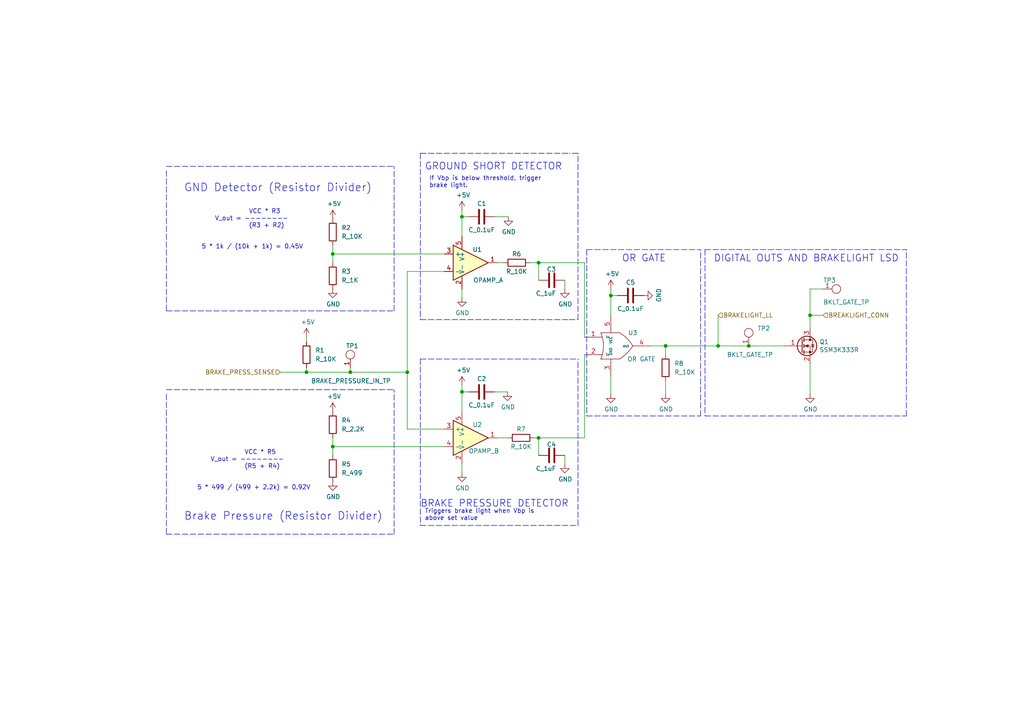
<source format=kicad_sch>
(kicad_sch (version 20211123) (generator eeschema)
  (paper "A4")
  (title_block (title "Brakelight Logic"))
  (lib_symbols
    (symbol "formula:C_0.1uF" (pin_numbers hide) (pin_names (offset 0.254))
      (property "Reference" "C" (at 0.635 2.54 0))
      (property "Value" "C_0.1uF" (at 0.635 -2.54 0))
      (symbol "C_0.1uF_0_1"
        (polyline (pts (xy -2.032 -0.762) (xy 2.032 -0.762)) (stroke (width 0.508)))
        (polyline (pts (xy -2.032 0.762) (xy 2.032 0.762)) (stroke (width 0.508)))
      )
      (symbol "C_0.1uF_1_1"
        (pin passive line (at 0 3.81 270) (length 2.794) (name "~") (number "1"))
        (pin passive line (at 0 -3.81 90) (length 2.794) (name "~") (number "2"))
      )
    )
    (symbol "formula:C_1uF" (pin_numbers hide) (pin_names (offset 0.254))
      (property "Reference" "C" (at 0.635 3.81 0))
      (property "Value" "C_1uF" (at 0.635 -1.27 0))
      (symbol "C_1uF_0_1"
        (polyline (pts (xy -2.032 0.508) (xy 2.032 0.508)) (stroke (width 0.508)))
        (polyline (pts (xy -2.032 2.032) (xy 2.032 2.032)) (stroke (width 0.508)))
      )
      (symbol "C_1uF_1_1"
        (pin passive line (at 0 5.08 270) (length 2.794) (name "~") (number "1"))
        (pin passive line (at 0 -2.54 90) (length 2.794) (name "~") (number "2"))
      )
    )
    (symbol "formula:MCP6001T-I-LT"
      (property "Reference" "U" (at 0 5.08 0))
      (property "Value" "MCP6001T-I-LT" (at 0 -5.08 0))
      (symbol "MCP6001T-I-LT_0_1"
        (polyline (pts (xy -5.08 5.08) (xy 5.08 0) (xy -5.08 -5.08) (xy -5.08 5.08)) (stroke (width 0.254)) (fill (type background)))
        (pin power_in line (at -2.54 -7.62 90) (length 3.81) (name "V-") (number "2"))
        (pin power_in line (at -2.54 7.62 270) (length 3.81) (name "V+") (number "5"))
      )
      (symbol "MCP6001T-I-LT_1_1"
        (pin output line (at 7.62 0 180) (length 2.54) (name "~") (number "1"))
        (pin input line (at -7.62 2.54 0) (length 2.54) (name "+") (number "3"))
        (pin input line (at -7.62 -2.54 0) (length 2.54) (name "-") (number "4"))
      )
    )
    (symbol "formula:R_10K" (pin_numbers hide) (pin_names (offset 0))
      (property "Reference" "R" (at 2.032 0 90))
      (property "Value" "R_10K" (at -2.54 0 90))
      (symbol "R_10K_0_1"
        (rectangle (start -1.016 -2.54) (end 1.016 2.54) (stroke (width 0.254)))
      )
      (symbol "R_10K_1_1"
        (pin passive line (at 0 3.81 270) (length 1.27) (name "~") (number "1"))
        (pin passive line (at 0 -3.81 90) (length 1.27) (name "~") (number "2"))
      )
    )
    (symbol "formula:R_1K" (pin_numbers hide) (pin_names (offset 0))
      (property "Reference" "R" (at 2.032 0 90))
      (property "Value" "R_1K" (at -2.54 0 90))
      (symbol "R_1K_0_1"
        (rectangle (start -1.016 -2.54) (end 1.016 2.54) (stroke (width 0.254)))
      )
      (symbol "R_1K_1_1"
        (pin passive line (at 0 3.81 270) (length 1.27) (name "~") (number "1"))
        (pin passive line (at 0 -3.81 90) (length 1.27) (name "~") (number "2"))
      )
    )
    (symbol "formula:R_2.2K" (pin_numbers hide) (pin_names (offset 0))
      (property "Reference" "R" (at 2.032 0 90))
      (property "Value" "R_2.2K" (at -2.54 0 90))
      (symbol "R_2.2K_0_1"
        (rectangle (start -1.016 -2.54) (end 1.016 2.54) (stroke (width 0.254)))
      )
      (symbol "R_2.2K_1_1"
        (pin passive line (at 0 3.81 270) (length 1.27) (name "~") (number "1"))
        (pin passive line (at 0 -3.81 90) (length 1.27) (name "~") (number "2"))
      )
    )
    (symbol "formula:R_499" (pin_numbers hide) (pin_names (offset 0))
      (property "Reference" "R" (at 2.032 0 90))
      (property "Value" "R_499" (at -2.54 0 90))
      (symbol "R_499_0_1"
        (rectangle (start -1.016 -2.54) (end 1.016 2.54) (stroke (width 0.254)))
      )
      (symbol "R_499_1_1"
        (pin passive line (at 0 3.81 270) (length 1.27) (name "~") (number "1"))
        (pin passive line (at 0 -3.81 90) (length 1.27) (name "~") (number "2"))
      )
    )
    (symbol "formula:SN74LVC1G32DBVR" (pin_names (offset 1.016))
      (property "Reference" "U" (at 0 11.43 0))
      (property "Value" "SN74LVC1G32DBVR" (at 0 16.51 0))
      (symbol "SN74LVC1G32DBVR_0_1"
        (polyline (pts (xy -2.921 -3.81) (xy -2.54 -3.81)))
        (polyline (pts (xy -2.54 3.81) (xy -2.921 3.81)))
      )
      (symbol "SN74LVC1G32DBVR_1_1"
        (arc (start -2.921 -3.81) (mid -2.139 0) (end -2.921 3.81))
        (polyline (pts (xy -2.54 -3.81) (xy 2.54 -3.81)))
        (polyline (pts (xy -2.54 3.81) (xy 2.54 3.81)))
        (arc (start 2.54 -3.81) (mid 4.662 -2.122) (end 6.35 0))
        (arc (start 6.35 0) (mid 4.7001 2.1601) (end 2.54 3.81))
        (pin bidirectional line (at -7.62 2.54 0) (length 5.08) (name "in") (number "1"))
        (pin bidirectional line (at -7.62 -2.54 0) (length 5.08) (name "in") (number "2"))
        (pin bidirectional line (at 0 -8.89 90) (length 5.08) (name "GND") (number "3"))
        (pin bidirectional line (at 11.43 0 180) (length 5.08) (name "out") (number "4"))
        (pin bidirectional line (at 0 8.89 270) (length 5.08) (name "VCC") (number "5"))
      )
    )
    (symbol "formula:SSM3K333R" (pin_names (offset 0) hide)
      (property "Reference" "Q" (at 5.08 1.905 0))
      (property "Value" "SSM3K333R" (at 5.08 0 0))
      (symbol "SSM3K333R_0_1"
        (polyline (pts (xy 0.762 -1.778) (xy 2.54 -1.778)))
        (polyline (pts (xy 0.762 -1.27) (xy 0.762 -2.286)) (stroke (width 0.254)))
        (polyline (pts (xy 0.762 0) (xy 2.54 0)))
        (polyline (pts (xy 0.762 0.508) (xy 0.762 -0.508)) (stroke (width 0.254)))
        (polyline (pts (xy 0.762 1.778) (xy 2.54 1.778)))
        (polyline (pts (xy 0.762 2.286) (xy 0.762 1.27)) (stroke (width 0.254)))
        (polyline (pts (xy 2.54 -1.778) (xy 2.54 -2.54)))
        (polyline (pts (xy 2.54 -1.778) (xy 2.54 0)))
        (polyline (pts (xy 2.54 2.54) (xy 2.54 1.778)))
        (polyline (pts (xy 0.254 1.905) (xy 0.254 -1.905) (xy 0.254 -1.905)) (stroke (width 0.254)))
        (polyline (pts (xy 1.016 0) (xy 2.032 0.381) (xy 2.032 -0.381) (xy 1.016 0)) (fill (type outline)))
        (polyline (pts (xy 2.54 -1.778) (xy 3.302 -1.778) (xy 3.302 1.778) (xy 2.54 1.778)))
        (polyline (pts (xy 2.794 0.508) (xy 2.921 0.381) (xy 3.683 0.381) (xy 3.81 0.254)))
        (polyline (pts (xy 3.302 0.381) (xy 2.921 -0.254) (xy 3.683 -0.254) (xy 3.302 0.381)))
        (circle (center 1.651 0) (radius 2.8194) (stroke (width 0.254)))
        (circle (center 2.54 -1.778) (radius 0.2794) (fill (type outline)))
        (circle (center 2.54 1.778) (radius 0.2794) (fill (type outline)))
      )
      (symbol "SSM3K333R_1_1"
        (pin input line (at -5.08 0 0) (length 5.334) (name "G") (number "1"))
        (pin passive line (at 2.54 -5.08 90) (length 2.54) (name "S") (number "2"))
        (pin passive line (at 2.54 5.08 270) (length 2.54) (name "D") (number "3"))
      )
    )
    (symbol "formula:Test_Point_SMD" (pin_names (offset 1.016))
      (property "Reference" "TP" (at 0 7.62 0))
      (property "Value" "Test_Point_SMD" (at 1.27 5.08 0))
      (symbol "Test_Point_SMD_1_1"
        (circle (center 0 2.54) (radius 1.27))
        (pin input line (at 0 -1.27 90) (length 2.54) (name "~") (number "1"))
      )
    )
    (symbol "power:+5V" (power) (pin_names (offset 0))
      (property "Value" "+5V" (at 0 3.556 0))
      (symbol "+5V_0_1"
        (polyline (pts (xy -0.762 1.27) (xy 0 2.54)))
        (polyline (pts (xy 0 0) (xy 0 2.54)))
        (polyline (pts (xy 0 2.54) (xy 0.762 1.27)))
      )
      (symbol "+5V_1_1"
        (pin power_in line (at 0 0 90) (length 0) hide (name "+5V") (number "1"))
      )
    )
    (symbol "power:GND" (power) (pin_names (offset 0))
      (property "Value" "GND" (at 0 -3.81 0))
      (symbol "GND_0_1"
        (polyline (pts (xy 0 0) (xy 0 -1.27) (xy 1.27 -1.27) (xy 0 -2.54) (xy -1.27 -1.27) (xy 0 -1.27)))
      )
      (symbol "GND_1_1"
        (pin power_in line (at 0 0 270) (length 0) hide (name "GND") (number "1"))
      )
    )
  )
  (junction (at 193.04 100.33))
  (junction (at 234.95 91.44))
  (junction (at 96.52 73.66))
  (junction (at 133.985 62.865))
  (junction (at 156.21 127))
  (junction (at 156.21 76.2))
  (junction (at 177.165 85.725))
  (junction (at 217.17 100.33))
  (junction (at 88.9 107.95))
  (junction (at 133.985 113.665))
  (junction (at 96.52 129.54))
  (junction (at 208.28 100.33))
  (junction (at 101.6 107.95))
  (junction (at 118.11 107.95))
  (wire (pts (xy 118.11 78.74) (xy 118.11 107.95)))
  (wire (pts (xy 133.985 137.16) (xy 133.985 134.62)))
  (wire (pts (xy 177.165 114.3) (xy 177.165 109.22)))
  (polyline (pts (xy 204.47 120.65) (xy 262.89 120.65)))
  (wire (pts (xy 96.52 129.54) (xy 128.905 129.54)))
  (wire (pts (xy 193.04 100.33) (xy 208.28 100.33)))
  (wire (pts (xy 179.07 85.725) (xy 177.165 85.725)))
  (wire (pts (xy 118.11 107.95) (xy 118.11 124.46)))
  (wire (pts (xy 101.6 107.95) (xy 118.11 107.95)))
  (wire (pts (xy 234.95 91.44) (xy 238.76 91.44)))
  (polyline (pts (xy 121.92 152.4) (xy 167.64 152.4)))
  (polyline (pts (xy 48.26 114.3) (xy 48.26 154.94)))
  (wire (pts (xy 234.95 83.82) (xy 238.76 83.82)))
  (wire (pts (xy 154.94 127) (xy 156.21 127)))
  (polyline (pts (xy 114.3 154.94) (xy 114.3 113.03)))
  (polyline (pts (xy 121.92 104.14) (xy 167.64 104.14)))
  (polyline (pts (xy 170.18 120.65) (xy 203.2 120.65)))
  (polyline (pts (xy 48.26 49.53) (xy 48.26 90.17)))
  (wire (pts (xy 234.95 105.41) (xy 234.95 114.3)))
  (polyline (pts (xy 48.26 90.17) (xy 114.3 90.17)))
  (wire (pts (xy 96.52 129.54) (xy 96.52 132.08)))
  (wire (pts (xy 193.04 110.49) (xy 193.04 114.3)))
  (wire (pts (xy 169.545 76.2) (xy 156.21 76.2)))
  (wire (pts (xy 88.9 106.68) (xy 88.9 107.95)))
  (wire (pts (xy 177.165 83.82) (xy 177.165 85.725)))
  (polyline (pts (xy 121.92 92.71) (xy 165.1 92.71)))
  (wire (pts (xy 163.83 83.82) (xy 163.83 81.28)))
  (wire (pts (xy 133.985 62.865) (xy 133.985 68.58)))
  (wire (pts (xy 208.28 91.44) (xy 208.28 100.33)))
  (polyline (pts (xy 167.64 152.4) (xy 167.64 104.14)))
  (wire (pts (xy 147.447 62.865) (xy 143.51 62.865)))
  (polyline (pts (xy 262.89 120.65) (xy 262.89 72.39)))
  (wire (pts (xy 133.985 60.96) (xy 133.985 62.865)))
  (wire (pts (xy 135.89 113.665) (xy 133.985 113.665)))
  (wire (pts (xy 234.95 91.44) (xy 234.95 95.25)))
  (polyline (pts (xy 167.64 44.45) (xy 165.1 44.45)))
  (wire (pts (xy 163.83 134.62) (xy 163.83 132.08)))
  (wire (pts (xy 147.32 127) (xy 144.145 127)))
  (wire (pts (xy 96.52 73.66) (xy 96.52 76.2)))
  (wire (pts (xy 193.04 100.33) (xy 193.04 102.87)))
  (polyline (pts (xy 121.92 44.45) (xy 121.92 92.71)))
  (wire (pts (xy 147.193 113.665) (xy 143.51 113.665)))
  (polyline (pts (xy 121.92 44.45) (xy 165.1 44.45)))
  (wire (pts (xy 135.89 62.865) (xy 133.985 62.865)))
  (wire (pts (xy 118.11 78.74) (xy 128.905 78.74)))
  (wire (pts (xy 169.545 97.79) (xy 169.545 76.2)))
  (wire (pts (xy 156.21 132.08) (xy 156.21 127)))
  (wire (pts (xy 169.545 102.87) (xy 169.545 127)))
  (polyline (pts (xy 170.18 72.39) (xy 170.18 120.65)))
  (wire (pts (xy 153.67 76.2) (xy 156.21 76.2)))
  (wire (pts (xy 217.17 100.33) (xy 227.33 100.33)))
  (polyline (pts (xy 48.26 113.03) (xy 114.3 113.03)))
  (polyline (pts (xy 121.92 104.14) (xy 121.92 152.4)))
  (wire (pts (xy 177.165 85.725) (xy 177.165 91.44)))
  (polyline (pts (xy 204.47 72.39) (xy 262.89 72.39)))
  (wire (pts (xy 217.17 100.33) (xy 208.28 100.33)))
  (wire (pts (xy 96.52 71.12) (xy 96.52 73.66)))
  (wire (pts (xy 133.985 86.36) (xy 133.985 83.82)))
  (wire (pts (xy 88.9 107.95) (xy 101.6 107.95)))
  (polyline (pts (xy 204.47 72.39) (xy 204.47 120.65)))
  (wire (pts (xy 169.545 127) (xy 156.21 127)))
  (polyline (pts (xy 48.26 154.94) (xy 114.3 154.94)))
  (polyline (pts (xy 114.3 90.17) (xy 114.3 48.26)))
  (wire (pts (xy 96.52 73.66) (xy 128.905 73.66)))
  (wire (pts (xy 133.985 113.665) (xy 133.985 119.38)))
  (wire (pts (xy 101.6 107.95) (xy 101.6 106.68)))
  (wire (pts (xy 81.28 107.95) (xy 88.9 107.95)))
  (wire (pts (xy 234.95 91.44) (xy 234.95 83.82)))
  (wire (pts (xy 88.9 97.79) (xy 88.9 99.06)))
  (polyline (pts (xy 165.1 92.71) (xy 167.64 92.71)))
  (polyline (pts (xy 203.2 120.65) (xy 203.2 72.39)))
  (polyline (pts (xy 48.26 48.26) (xy 114.3 48.26)))
  (wire (pts (xy 118.11 124.46) (xy 128.905 124.46)))
  (wire (pts (xy 133.985 111.76) (xy 133.985 113.665)))
  (wire (pts (xy 96.52 127) (xy 96.52 129.54)))
  (wire (pts (xy 156.21 81.28) (xy 156.21 76.2)))
  (polyline (pts (xy 167.64 92.71) (xy 167.64 44.45)))
  (wire (pts (xy 146.05 76.2) (xy 144.145 76.2)))
  (polyline (pts (xy 170.18 72.39) (xy 203.2 72.39)))
  (wire (pts (xy 188.595 100.33) (xy 193.04 100.33)))
  (text "		    VCC * R3\n    V_out = --------\n		    (R3 + R2)\n\n\n5 * 1k / (10k + 1k) = 0.45V" (at 58.42 72.39 0) (effects (font (size 1.27 1.27)) (justify left bottom)))
  (text "GND Detector (Resistor Divider)" (at 53.34 55.88 0) (effects (font (size 2.26 2.26)) (justify left bottom)))
  (text "		    VCC * R5\n    V_out = --------\n		    (R5 + R4)\n\n\n5 * 499 / (499 + 2.2k) = 0.92V" (at 57.15 142.24 0) (effects (font (size 1.27 1.27)) (justify left bottom)))
  (text "Triggers brake light when Vbp is \nabove set value" (at 123.19 151.13 0) (effects (font (size 1.27 1.27)) (justify left bottom)))
  (text "OR GATE" (at 180.34 76.2 0) (effects (font (size 2 2)) (justify left bottom)))
  (text "Brake Pressure (Resistor Divider)" (at 53.34 151.13 0) (effects (font (size 2.26 2.26)) (justify left bottom)))
  (text "BRAKE PRESSURE DETECTOR" (at 121.92 147.32 0) (effects (font (size 2 2)) (justify left bottom)))
  (text "GROUND SHORT DETECTOR" (at 123.19 49.53 0) (effects (font (size 2 2)) (justify left bottom)))
  (text "DIGITAL OUTS AND BRAKELIGHT LSD" (at 207.01 76.2 0) (effects (font (size 2 2)) (justify left bottom)))
  (text "If Vbp is below threshold, trigger \nbrake light." (at 124.46 54.61 0) (effects (font (size 1.27 1.27)) (justify left bottom)))
  (hierarchical_label "BRAKE_PRESS_SENSE" (shape input) (at 81.28 107.95 180))
  (hierarchical_label "BRAKELIGHT_LL" (shape input) (at 208.28 91.44 0))
  (hierarchical_label "BREAKLIGHT_CONN" (shape input) (at 238.76 91.44 0))
  (symbol (lib_id "formula:C_0.1uF") (at 139.7 62.865 90) (unit 1)
    (property "Reference" "C1" (at 139.7 59.055 90))
    (property "Value" "C_0.1uF" (at 139.7 66.675 90))
    (property "Footprint" "footprints:C_0805_OEM" (effects hide))
    (property "Datasheet" "http://datasheets.avx.com/X7RDielectric.pdf" (effects hide))
    (property "MFN" "DK" (effects hide))
    (property "MPN" "478-3352-1-ND" (effects hide))
    (property "PurchasingLink" "https://www.digikey.com/products/en?keywords=478-3352-1-ND" (effects hide))
  )
  (symbol (lib_id "formula:R_10K") (at 151.13 127 90) (unit 1)
    (property "Reference" "R7" (at 151.13 124.46 90))
    (property "Value" "R_10K" (at 151.13 129.54 90))
    (property "Footprint" "footprints:R_0805_OEM" (effects hide))
    (property "Datasheet" "http://www.bourns.com/data/global/pdfs/CRS.pdf" (effects hide))
    (property "MFN" "DK" (effects hide))
    (property "MPN" "CRS0805-FX-1002ELFCT-ND" (effects hide))
    (property "PurchasingLink" "https://www.digikey.com/products/en?keywords=CRS0805-FX-1002ELFCT-ND" (effects hide))
  )
  (symbol (lib_id "formula:SN74LVC1G32DBVR") (at 177.165 100.33 0) (unit 1)
    (property "Reference" "U3" (at 183.515 96.52 0))
    (property "Value" "OR GATE" (at 186.055 104.14 0))
    (property "Footprint" "footprints:SOT-23-5_OEM" (effects hide))
    (property "Datasheet" "http://www.ti.com/lit/ds/symlink/sn74lvc1g32.pdf" (effects hide))
    (property "MFN" "DK" (effects hide))
    (property "MPN" "296-9847-1-ND" (effects hide))
    (property "PurchasingLink" "https://www.digikey.com/product-detail/en/texas-instruments/SN74LVC1G32DBVR/296-9847-1-ND/380102" (effects hide))
  )
  (symbol (lib_id "power:GND") (at 234.95 114.3 0) (unit 1)
    (property "Reference" "#PWR?" (effects hide))
    (property "Value" "GND" (at 235.077 118.6942 0))
  )
  (symbol (lib_id "formula:C_1uF") (at 161.29 81.28 90) (unit 1)
    (property "Reference" "C3" (at 161.29 78.105 90) (effects (justify left)))
    (property "Value" "C_1uF" (at 161.29 85.09 90) (effects (justify left)))
    (property "Footprint" "footprints:C_0805_OEM" (effects hide))
    (property "Datasheet" "https://media.digikey.com/pdf/Data%20Sheets/Samsung%20PDFs/CL21B105KBFNNNG_Spec.pdf" (effects hide))
    (property "PurchasingLink" "https://www.digikey.com/en/products/detail/samsung-electro-mechanics/CL21B105KBFNNNG/3894467" (effects hide))
    (property "MFN" "DK" (effects hide))
    (property "MPN" "1276-6470-1-ND" (effects hide))
  )
  (symbol (lib_id "formula:Test_Point_SMD") (at 240.03 83.82 270) (unit 1)
    (property "Reference" "TP3" (at 238.76 81.28 90) (effects (justify left)))
    (property "Value" "BKLT_GATE_TP" (at 238.76 87.63 90) (effects (justify left)))
    (property "Footprint" "footprints:Test_Point_SMD" (effects hide))
  )
  (symbol (lib_id "formula:Test_Point_SMD") (at 101.6 105.41 0) (unit 1)
    (property "Reference" "TP1" (at 100.33 100.33 0) (effects (justify left)))
    (property "Value" "BRAKE_PRESSURE_IN_TP" (at 90.17 110.49 0) (effects (justify left)))
    (property "Footprint" "footprints:Test_Point_SMD" (effects hide))
  )
  (symbol (lib_id "power:+5V") (at 177.165 83.82 0) (unit 1)
    (property "Reference" "#PWR?" (effects hide))
    (property "Value" "+5V" (at 177.546 79.4258 0))
  )
  (symbol (lib_id "formula:C_1uF") (at 161.29 132.08 90) (unit 1)
    (property "Reference" "C4" (at 161.29 128.905 90) (effects (justify left)))
    (property "Value" "C_1uF" (at 161.29 135.89 90) (effects (justify left)))
    (property "Footprint" "footprints:C_0805_OEM" (effects hide))
    (property "Datasheet" "https://media.digikey.com/pdf/Data%20Sheets/Samsung%20PDFs/CL21B105KBFNNNG_Spec.pdf" (effects hide))
    (property "PurchasingLink" "https://www.digikey.com/en/products/detail/samsung-electro-mechanics/CL21B105KBFNNNG/3894467" (effects hide))
    (property "MFN" "DK" (effects hide))
    (property "MPN" "1276-6470-1-ND" (effects hide))
  )
  (symbol (lib_id "power:GND") (at 147.447 62.865 0) (unit 1)
    (property "Reference" "#PWR?" (effects hide))
    (property "Value" "GND" (at 147.574 67.2592 0))
  )
  (symbol (lib_id "power:+5V") (at 133.985 111.76 0) (unit 1)
    (property "Reference" "#PWR?" (effects hide))
    (property "Value" "+5V" (at 134.366 107.3658 0))
  )
  (symbol (lib_id "power:GND") (at 163.83 134.62 0) (unit 1)
    (property "Reference" "#PWR?" (effects hide))
    (property "Value" "GND" (at 163.957 139.0142 0))
  )
  (symbol (lib_id "formula:Test_Point_SMD") (at 217.17 99.06 0) (unit 1)
    (property "Reference" "TP2" (at 219.71 95.2499 0) (effects (justify left)))
    (property "Value" "BKLT_GATE_TP" (at 210.82 102.87 0) (effects (justify left)))
    (property "Footprint" "footprints:Test_Point_SMD" (effects hide))
  )
  (symbol (lib_id "formula:C_0.1uF") (at 139.7 113.665 90) (unit 1)
    (property "Reference" "C2" (at 139.7 109.855 90))
    (property "Value" "C_0.1uF" (at 139.7 117.475 90))
    (property "Footprint" "footprints:C_0805_OEM" (effects hide))
    (property "Datasheet" "http://datasheets.avx.com/X7RDielectric.pdf" (effects hide))
    (property "MFN" "DK" (effects hide))
    (property "MPN" "478-3352-1-ND" (effects hide))
    (property "PurchasingLink" "https://www.digikey.com/products/en?keywords=478-3352-1-ND" (effects hide))
  )
  (symbol (lib_id "power:+5V") (at 88.9 97.79 0) (unit 1)
    (property "Reference" "#PWR?" (effects hide))
    (property "Value" "+5V" (at 89.281 93.3958 0))
  )
  (symbol (lib_id "formula:R_2.2K") (at 96.52 123.19 0) (unit 1)
    (property "Reference" "R4" (at 99.06 121.9199 0) (effects (justify left)))
    (property "Value" "R_2.2K" (at 99.06 124.4599 0) (effects (justify left)))
    (property "Footprint" "footprints:R_0805_OEM" (effects hide))
    (property "Datasheet" "https://www.seielect.com/Catalog/SEI-RMCF_RMCP.pdf" (effects hide))
    (property "MFN" "DK" (effects hide))
    (property "MPN" "RMCF0805FT2K20CT-ND" (effects hide))
    (property "PurchasingLink" "https://www.digikey.com/product-detail/en/stackpole-electronics-inc/RMCF0805FT2K20/RMCF0805FT2K20CT-ND/1942387" (effects hide))
  )
  (symbol (lib_id "power:GND") (at 133.985 137.16 0) (unit 1)
    (property "Reference" "#PWR?" (effects hide))
    (property "Value" "GND" (at 134.112 141.5542 0))
  )
  (symbol (lib_id "formula:R_1K") (at 96.52 80.01 0) (unit 1)
    (property "Reference" "R3" (at 99.06 78.7399 0) (effects (justify left)))
    (property "Value" "R_1K" (at 99.06 81.2799 0) (effects (justify left)))
    (property "Footprint" "footprints:R_0805_OEM" (effects hide))
    (property "Datasheet" "https://www.seielect.com/Catalog/SEI-rncp.pdf" (effects hide))
    (property "MFN" "DK" (effects hide))
    (property "MPN" "RNCP0805FTD1K00CT-ND" (effects hide))
    (property "PurchasingLink" "https://www.digikey.com/products/en?keywords=RNCP0805FTD1K00CT-ND" (effects hide))
  )
  (symbol (lib_id "formula:SSM3K333R") (at 232.41 100.33 0) (unit 1)
    (property "Reference" "Q1" (at 237.6424 99.1616 0) (effects (justify left)))
    (property "Value" "SSM3K333R" (at 237.6424 101.473 0) (effects (justify left)))
    (property "Footprint" "footprints:SOT-23F" (effects hide))
    (property "Datasheet" "https://drive.google.com/drive/folders/0B-V-iZf33Y4GNzhDQTJZanJRbVk" (effects hide))
    (property "MFN" "DK" (effects hide))
    (property "MPN" "SSM3K333RLFCT-ND" (effects hide))
    (property "PurchasingLink" "https://www.digikey.com/product-detail/en/toshiba-semiconductor-and-storage/SSM3K333RLF/SSM3K333RLFCT-ND/3522391" (effects hide))
  )
  (symbol (lib_id "power:+5V") (at 96.52 63.5 0) (unit 1)
    (property "Reference" "#PWR?" (effects hide))
    (property "Value" "+5V" (at 96.901 59.1058 0))
  )
  (symbol (lib_id "power:GND") (at 133.985 86.36 0) (unit 1)
    (property "Reference" "#PWR?" (effects hide))
    (property "Value" "GND" (at 134.112 90.7542 0))
  )
  (symbol (lib_id "power:GND") (at 96.52 139.7 0) (unit 1)
    (property "Reference" "#PWR?" (effects hide))
    (property "Value" "GND" (at 96.647 144.0942 0))
  )
  (symbol (lib_id "power:GND") (at 163.83 83.82 0) (unit 1)
    (property "Reference" "#PWR?" (effects hide))
    (property "Value" "GND" (at 163.957 88.2142 0))
  )
  (symbol (lib_id "formula:MCP6001T-I-LT") (at 136.525 76.2 0) (unit 1)
    (property "Reference" "U1" (at 138.43 72.39 0))
    (property "Value" "OPAMP_A" (at 141.605 81.28 0))
    (property "Footprint" "Package_TO_SOT_SMD:SOT-353_SC-70-5" (effects hide))
    (property "Datasheet" "http://ww1.microchip.com/downloads/en/DeviceDoc/21733j.pdf" (effects hide))
    (property "MFN" "DK" (effects hide))
    (property "MPN" "MCP6001T-I/LTCT-ND" (effects hide))
    (property "PurchasingLink" "https://www.digikey.com/product-detail/en/microchip-technology/MCP6001T-I-LT/MCP6001T-I-LTCT-ND/669499" (effects hide))
  )
  (symbol (lib_id "formula:MCP6001T-I-LT") (at 136.525 127 0) (unit 1)
    (property "Reference" "U2" (at 138.43 123.19 0))
    (property "Value" "OPAMP_B" (at 140.335 130.81 0))
    (property "Footprint" "Package_TO_SOT_SMD:SOT-353_SC-70-5" (effects hide))
    (property "Datasheet" "http://ww1.microchip.com/downloads/en/DeviceDoc/21733j.pdf" (effects hide))
    (property "MFN" "DK" (effects hide))
    (property "MPN" "MCP6001T-I/LTCT-ND" (effects hide))
    (property "PurchasingLink" "https://www.digikey.com/product-detail/en/microchip-technology/MCP6001T-I-LT/MCP6001T-I-LTCT-ND/669499" (effects hide))
  )
  (symbol (lib_id "power:GND") (at 147.193 113.665 0) (unit 1)
    (property "Reference" "#PWR?" (effects hide))
    (property "Value" "GND" (at 147.32 118.0592 0))
  )
  (symbol (lib_id "power:GND") (at 177.165 114.3 0) (unit 1)
    (property "Reference" "#PWR?" (effects hide))
    (property "Value" "GND" (at 177.292 118.6942 0))
  )
  (symbol (lib_id "formula:R_10K") (at 88.9 102.87 0) (unit 1)
    (property "Reference" "R1" (at 91.44 101.5999 0) (effects (justify left)))
    (property "Value" "R_10K" (at 91.44 104.1399 0) (effects (justify left)))
    (property "Footprint" "footprints:R_0805_OEM" (effects hide))
    (property "Datasheet" "http://www.bourns.com/data/global/pdfs/CRS.pdf" (effects hide))
    (property "MFN" "DK" (effects hide))
    (property "MPN" "CRS0805-FX-1002ELFCT-ND" (effects hide))
    (property "PurchasingLink" "https://www.digikey.com/products/en?keywords=CRS0805-FX-1002ELFCT-ND" (effects hide))
  )
  (symbol (lib_id "formula:R_499") (at 96.52 135.89 0) (unit 1)
    (property "Reference" "R5" (at 99.06 134.6199 0) (effects (justify left)))
    (property "Value" "R_499" (at 99.06 137.1599 0) (effects (justify left)))
    (property "Footprint" "footprints:R_0805_OEM" (effects hide))
    (property "Datasheet" "https://industrial.panasonic.com/cdbs/www-data/pdf/RDA0000/AOA0000C304.pdf" (effects hide))
    (property "MFN" "DK" (effects hide))
    (property "MPN" "P499CCT-ND" (effects hide))
    (property "PurchasingLink" "https://www.digikey.com/product-detail/en/panasonic-electronic-components/ERJ-6ENF4990V/P499CCT-ND/118870" (effects hide))
  )
  (symbol (lib_id "formula:R_10K") (at 149.86 76.2 90) (unit 1)
    (property "Reference" "R6" (at 149.86 73.66 90))
    (property "Value" "R_10K" (at 149.86 78.74 90))
    (property "Footprint" "footprints:R_0805_OEM" (effects hide))
    (property "Datasheet" "http://www.bourns.com/data/global/pdfs/CRS.pdf" (effects hide))
    (property "MFN" "DK" (effects hide))
    (property "MPN" "CRS0805-FX-1002ELFCT-ND" (effects hide))
    (property "PurchasingLink" "https://www.digikey.com/products/en?keywords=CRS0805-FX-1002ELFCT-ND" (effects hide))
  )
  (symbol (lib_id "power:GND") (at 193.04 114.3 0) (unit 1)
    (property "Reference" "#PWR?" (effects hide))
    (property "Value" "GND" (at 193.167 118.6942 0))
  )
  (symbol (lib_id "formula:R_10K") (at 193.04 106.68 0) (unit 1)
    (property "Reference" "R8" (at 195.58 105.4099 0) (effects (justify left)))
    (property "Value" "R_10K" (at 195.58 107.9499 0) (effects (justify left)))
    (property "Footprint" "footprints:R_0805_OEM" (effects hide))
    (property "Datasheet" "http://www.bourns.com/data/global/pdfs/CRS.pdf" (effects hide))
    (property "MFN" "DK" (effects hide))
    (property "MPN" "CRS0805-FX-1002ELFCT-ND" (effects hide))
    (property "PurchasingLink" "https://www.digikey.com/products/en?keywords=CRS0805-FX-1002ELFCT-ND" (effects hide))
  )
  (symbol (lib_id "formula:C_0.1uF") (at 182.88 85.725 90) (unit 1)
    (property "Reference" "C5" (at 182.88 81.915 90))
    (property "Value" "C_0.1uF" (at 182.88 89.535 90))
    (property "Footprint" "footprints:C_0805_OEM" (effects hide))
    (property "Datasheet" "http://datasheets.avx.com/X7RDielectric.pdf" (effects hide))
    (property "MFN" "DK" (effects hide))
    (property "MPN" "478-3352-1-ND" (effects hide))
    (property "PurchasingLink" "https://www.digikey.com/products/en?keywords=478-3352-1-ND" (effects hide))
  )
  (symbol (lib_id "power:+5V") (at 96.52 119.38 0) (unit 1)
    (property "Reference" "#PWR?" (effects hide))
    (property "Value" "+5V" (at 96.901 114.9858 0))
  )
  (symbol (lib_id "power:+5V") (at 133.985 60.96 0) (unit 1)
    (property "Reference" "#PWR?" (effects hide))
    (property "Value" "+5V" (at 134.366 56.5658 0))
  )
  (symbol (lib_id "formula:R_10K") (at 96.52 67.31 0) (unit 1)
    (property "Reference" "R2" (at 99.06 66.0399 0) (effects (justify left)))
    (property "Value" "R_10K" (at 99.06 68.5799 0) (effects (justify left)))
    (property "Footprint" "footprints:R_0805_OEM" (effects hide))
    (property "Datasheet" "http://www.bourns.com/data/global/pdfs/CRS.pdf" (effects hide))
    (property "MFN" "DK" (effects hide))
    (property "MPN" "CRS0805-FX-1002ELFCT-ND" (effects hide))
    (property "PurchasingLink" "https://www.digikey.com/products/en?keywords=CRS0805-FX-1002ELFCT-ND" (effects hide))
  )
  (symbol (lib_id "power:GND") (at 186.69 85.725 90) (unit 1)
    (property "Reference" "#PWR?" (effects hide))
    (property "Value" "GND" (at 191.0842 85.598 0))
  )
  (symbol (lib_id "power:GND") (at 96.52 83.82 0) (unit 1)
    (property "Reference" "#PWR?" (effects hide))
    (property "Value" "GND" (at 96.647 88.2142 0))
  )
)
</source>
